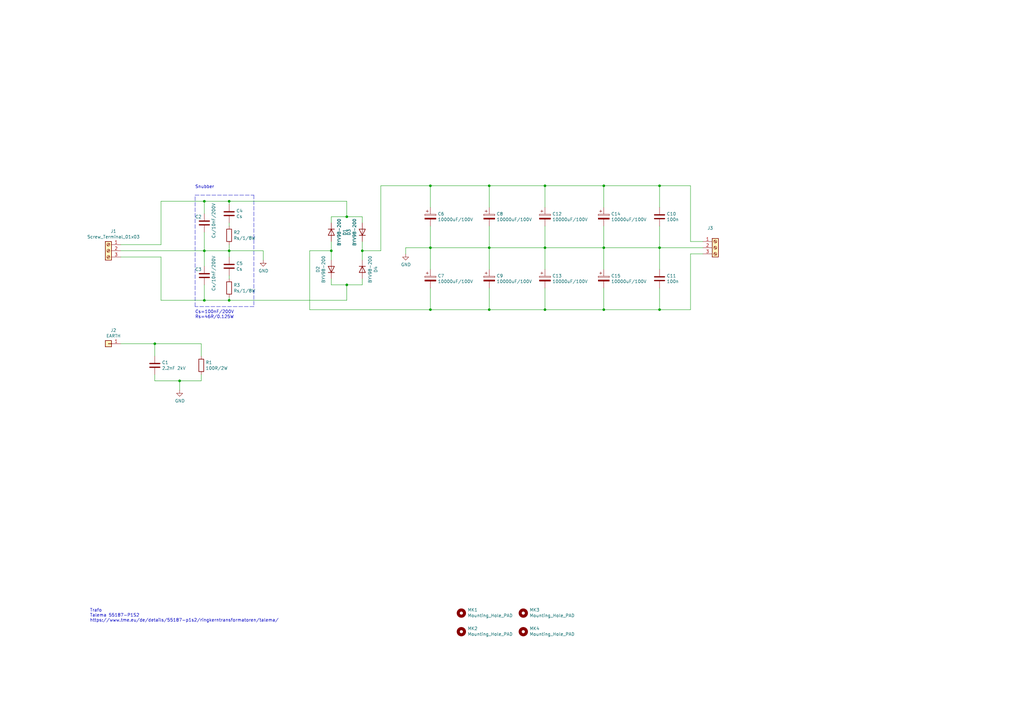
<source format=kicad_sch>
(kicad_sch (version 20211123) (generator eeschema)
  (paper "A3")
  (title_block (title "PSU for MOSFET Amp") (date "2021-12-28") (rev "V2"))
  (lib_symbols
    (symbol "Connector:Screw_Terminal_01x03" (pin_names (offset 1.016) hide)
      (property "Reference" "J" (at 0 5.08 0))
      (property "Value" "Screw_Terminal_01x03" (at 0 -5.08 0))
      (symbol "Screw_Terminal_01x03_1_1"
        (rectangle (start -1.27 3.81) (end 1.27 -3.81) (stroke (width 0.254)) (fill (type background)))
        (circle (center 0 -2.54) (radius 0.635) (stroke (width 0.1524)))
        (polyline (pts (xy -0.5334 -2.2098) (xy 0.3302 -3.048)) (stroke (width 0.1524)))
        (polyline (pts (xy -0.5334 0.3302) (xy 0.3302 -0.508)) (stroke (width 0.1524)))
        (polyline (pts (xy -0.5334 2.8702) (xy 0.3302 2.032)) (stroke (width 0.1524)))
        (polyline (pts (xy -0.3556 -2.032) (xy 0.508 -2.8702)) (stroke (width 0.1524)))
        (polyline (pts (xy -0.3556 0.508) (xy 0.508 -0.3302)) (stroke (width 0.1524)))
        (polyline (pts (xy -0.3556 3.048) (xy 0.508 2.2098)) (stroke (width 0.1524)))
        (circle (center 0 0) (radius 0.635) (stroke (width 0.1524)))
        (circle (center 0 2.54) (radius 0.635) (stroke (width 0.1524)))
        (pin passive line (at -5.08 2.54 0) (length 3.81) (name "Pin_1") (number "1"))
        (pin passive line (at -5.08 0 0) (length 3.81) (name "Pin_2") (number "2"))
        (pin passive line (at -5.08 -2.54 0) (length 3.81) (name "Pin_3") (number "3"))
      )
    )
    (symbol "Connector_Generic:Conn_01x01" (pin_names (offset 1.016) hide)
      (property "Reference" "J" (at 0 2.54 0))
      (property "Value" "Conn_01x01" (at 0 -2.54 0))
      (symbol "Conn_01x01_1_1"
        (rectangle (start -1.27 0.127) (end 0 -0.127) (stroke (width 0.1524)))
        (rectangle (start -1.27 1.27) (end 1.27 -1.27) (stroke (width 0.254)) (fill (type background)))
        (pin passive line (at -5.08 0 0) (length 3.81) (name "Pin_1") (number "1"))
      )
    )
    (symbol "Device:C" (pin_numbers hide) (pin_names (offset 0.254))
      (property "Reference" "C" (at 0.635 2.54 0))
      (property "Value" "C" (at 0.635 -2.54 0))
      (symbol "C_0_1"
        (polyline (pts (xy -2.032 -0.762) (xy 2.032 -0.762)) (stroke (width 0.508)))
        (polyline (pts (xy -2.032 0.762) (xy 2.032 0.762)) (stroke (width 0.508)))
      )
      (symbol "C_1_1"
        (pin passive line (at 0 3.81 270) (length 2.794) (name "~") (number "1"))
        (pin passive line (at 0 -3.81 90) (length 2.794) (name "~") (number "2"))
      )
    )
    (symbol "Device:CP" (pin_numbers hide) (pin_names (offset 0.254))
      (property "Reference" "C" (at 0.635 2.54 0))
      (property "Value" "Device_CP" (at 0.635 -2.54 0))
      (symbol "CP_0_1"
        (rectangle (start -2.286 0.508) (end 2.286 1.016))
        (polyline (pts (xy -1.778 2.286) (xy -0.762 2.286)))
        (polyline (pts (xy -1.27 2.794) (xy -1.27 1.778)))
        (rectangle (start 2.286 -0.508) (end -2.286 -1.016) (fill (type outline)))
      )
      (symbol "CP_1_1"
        (pin passive line (at 0 3.81 270) (length 2.794) (name "~") (number "1"))
        (pin passive line (at 0 -3.81 90) (length 2.794) (name "~") (number "2"))
      )
    )
    (symbol "Device:D" (pin_numbers hide) (pin_names (offset 1.016) hide)
      (property "Reference" "D" (at 0 2.54 0))
      (property "Value" "D" (at 0 -2.54 0))
      (symbol "D_0_1"
        (polyline (pts (xy -1.27 1.27) (xy -1.27 -1.27)) (stroke (width 0.254)))
        (polyline (pts (xy 1.27 0) (xy -1.27 0)))
        (polyline (pts (xy 1.27 1.27) (xy 1.27 -1.27) (xy -1.27 0) (xy 1.27 1.27)) (stroke (width 0.254)))
      )
      (symbol "D_1_1"
        (pin passive line (at -3.81 0 0) (length 2.54) (name "K") (number "1"))
        (pin passive line (at 3.81 0 180) (length 2.54) (name "A") (number "2"))
      )
    )
    (symbol "Device:R" (pin_numbers hide) (pin_names (offset 0))
      (property "Reference" "R" (at 2.032 0 90))
      (property "Value" "R" (at 0 0 90))
      (symbol "R_0_1"
        (rectangle (start -1.016 -2.54) (end 1.016 2.54) (stroke (width 0.254)))
      )
      (symbol "R_1_1"
        (pin passive line (at 0 3.81 270) (length 1.27) (name "~") (number "1"))
        (pin passive line (at 0 -3.81 90) (length 1.27) (name "~") (number "2"))
      )
    )
    (symbol "Mechanical:MountingHole" (pin_names (offset 1.016))
      (property "Reference" "H" (at 0 5.08 0))
      (property "Value" "MountingHole" (at 0 3.175 0))
      (symbol "MountingHole_0_1"
        (circle (center 0 0) (radius 1.27) (stroke (width 1.27)))
      )
    )
    (symbol "power:GND" (power) (pin_names (offset 0))
      (property "Value" "GND" (at 0 -3.81 0))
      (symbol "GND_0_1"
        (polyline (pts (xy 0 0) (xy 0 -1.27) (xy 1.27 -1.27) (xy 0 -2.54) (xy -1.27 -1.27) (xy 0 -1.27)))
      )
      (symbol "GND_1_1"
        (pin power_in line (at 0 0 270) (length 0) hide (name "GND") (number "1"))
      )
    )
  )
  (junction (at 176.53 101.6))
  (junction (at 200.66 101.6))
  (junction (at 200.66 127))
  (junction (at 270.51 76.2))
  (junction (at 83.82 82.55))
  (junction (at 83.82 123.19))
  (junction (at 135.89 102.87))
  (junction (at 200.66 76.2))
  (junction (at 223.52 101.6))
  (junction (at 223.52 76.2))
  (junction (at 176.53 127))
  (junction (at 93.98 102.87))
  (junction (at 93.98 82.55))
  (junction (at 223.52 127))
  (junction (at 93.98 123.19))
  (junction (at 176.53 76.2))
  (junction (at 247.65 101.6))
  (junction (at 73.66 156.21))
  (junction (at 148.59 102.87))
  (junction (at 247.65 127))
  (junction (at 63.5 140.97))
  (junction (at 270.51 127))
  (junction (at 270.51 101.6))
  (junction (at 142.24 116.84))
  (junction (at 247.65 76.2))
  (junction (at 83.82 102.87))
  (junction (at 142.24 88.9))
  (wire (pts (xy 148.59 114.3) (xy 148.59 116.84)))
  (wire (pts (xy 82.55 156.21) (xy 73.66 156.21)))
  (wire (pts (xy 283.21 76.2) (xy 283.21 99.06)))
  (wire (pts (xy 148.59 99.06) (xy 148.59 102.87)))
  (wire (pts (xy 247.65 127) (xy 247.65 118.11)))
  (wire (pts (xy 127 102.87) (xy 127 127)))
  (wire (pts (xy 135.89 116.84) (xy 142.24 116.84)))
  (wire (pts (xy 73.66 160.02) (xy 73.66 156.21)))
  (wire (pts (xy 200.66 101.6) (xy 200.66 92.71)))
  (wire (pts (xy 135.89 99.06) (xy 135.89 102.87)))
  (wire (pts (xy 223.52 127) (xy 247.65 127)))
  (wire (pts (xy 166.37 101.6) (xy 176.53 101.6)))
  (wire (pts (xy 107.95 106.68) (xy 107.95 102.87)))
  (wire (pts (xy 135.89 88.9) (xy 142.24 88.9)))
  (wire (pts (xy 223.52 101.6) (xy 247.65 101.6)))
  (wire (pts (xy 156.21 76.2) (xy 176.53 76.2)))
  (wire (pts (xy 83.82 95.25) (xy 83.82 102.87)))
  (wire (pts (xy 247.65 101.6) (xy 270.51 101.6)))
  (wire (pts (xy 176.53 101.6) (xy 176.53 92.71)))
  (wire (pts (xy 176.53 127) (xy 200.66 127)))
  (wire (pts (xy 66.04 123.19) (xy 83.82 123.19)))
  (wire (pts (xy 93.98 114.3) (xy 93.98 113.03)))
  (wire (pts (xy 288.29 104.14) (xy 283.21 104.14)))
  (wire (pts (xy 223.52 101.6) (xy 223.52 92.71)))
  (wire (pts (xy 66.04 82.55) (xy 83.82 82.55)))
  (wire (pts (xy 176.53 101.6) (xy 176.53 110.49)))
  (wire (pts (xy 176.53 85.09) (xy 176.53 76.2)))
  (wire (pts (xy 270.51 127) (xy 283.21 127)))
  (wire (pts (xy 63.5 140.97) (xy 49.53 140.97)))
  (wire (pts (xy 83.82 109.22) (xy 83.82 102.87)))
  (wire (pts (xy 270.51 85.09) (xy 270.51 76.2)))
  (wire (pts (xy 247.65 101.6) (xy 247.65 92.71)))
  (wire (pts (xy 82.55 140.97) (xy 63.5 140.97)))
  (wire (pts (xy 247.65 127) (xy 270.51 127)))
  (wire (pts (xy 93.98 82.55) (xy 83.82 82.55)))
  (wire (pts (xy 148.59 102.87) (xy 148.59 106.68)))
  (polyline (pts (xy 80.01 80.01) (xy 104.14 80.01)))
  (wire (pts (xy 142.24 116.84) (xy 148.59 116.84)))
  (wire (pts (xy 223.52 85.09) (xy 223.52 76.2)))
  (wire (pts (xy 63.5 156.21) (xy 63.5 153.67)))
  (wire (pts (xy 223.52 76.2) (xy 247.65 76.2)))
  (wire (pts (xy 288.29 99.06) (xy 283.21 99.06)))
  (wire (pts (xy 66.04 100.33) (xy 66.04 82.55)))
  (wire (pts (xy 176.53 76.2) (xy 200.66 76.2)))
  (wire (pts (xy 66.04 105.41) (xy 66.04 123.19)))
  (wire (pts (xy 83.82 102.87) (xy 93.98 102.87)))
  (wire (pts (xy 148.59 88.9) (xy 148.59 91.44)))
  (wire (pts (xy 135.89 88.9) (xy 135.89 91.44)))
  (wire (pts (xy 223.52 101.6) (xy 223.52 110.49)))
  (wire (pts (xy 82.55 153.67) (xy 82.55 156.21)))
  (wire (pts (xy 135.89 116.84) (xy 135.89 114.3)))
  (wire (pts (xy 176.53 101.6) (xy 200.66 101.6)))
  (wire (pts (xy 93.98 123.19) (xy 142.24 123.19)))
  (wire (pts (xy 142.24 123.19) (xy 142.24 116.84)))
  (wire (pts (xy 83.82 116.84) (xy 83.82 123.19)))
  (wire (pts (xy 93.98 102.87) (xy 107.95 102.87)))
  (wire (pts (xy 247.65 110.49) (xy 247.65 101.6)))
  (wire (pts (xy 200.66 101.6) (xy 223.52 101.6)))
  (wire (pts (xy 200.66 76.2) (xy 223.52 76.2)))
  (wire (pts (xy 49.53 105.41) (xy 66.04 105.41)))
  (wire (pts (xy 93.98 92.71) (xy 93.98 91.44)))
  (wire (pts (xy 176.53 118.11) (xy 176.53 127)))
  (wire (pts (xy 283.21 104.14) (xy 283.21 127)))
  (wire (pts (xy 200.66 85.09) (xy 200.66 76.2)))
  (wire (pts (xy 166.37 104.14) (xy 166.37 101.6)))
  (wire (pts (xy 148.59 102.87) (xy 156.21 102.87)))
  (wire (pts (xy 247.65 76.2) (xy 270.51 76.2)))
  (wire (pts (xy 247.65 85.09) (xy 247.65 76.2)))
  (polyline (pts (xy 104.14 80.01) (xy 104.14 125.73)))
  (wire (pts (xy 200.66 110.49) (xy 200.66 101.6)))
  (polyline (pts (xy 104.14 125.73) (xy 80.01 125.73)))
  (wire (pts (xy 63.5 140.97) (xy 63.5 146.05)))
  (wire (pts (xy 270.51 101.6) (xy 288.29 101.6)))
  (wire (pts (xy 142.24 82.55) (xy 142.24 88.9)))
  (wire (pts (xy 49.53 102.87) (xy 83.82 102.87)))
  (wire (pts (xy 142.24 88.9) (xy 148.59 88.9)))
  (wire (pts (xy 270.51 76.2) (xy 283.21 76.2)))
  (wire (pts (xy 127 127) (xy 176.53 127)))
  (wire (pts (xy 49.53 100.33) (xy 66.04 100.33)))
  (wire (pts (xy 93.98 105.41) (xy 93.98 102.87)))
  (wire (pts (xy 156.21 76.2) (xy 156.21 102.87)))
  (polyline (pts (xy 80.01 125.73) (xy 80.01 80.01)))
  (wire (pts (xy 270.51 118.11) (xy 270.51 127)))
  (wire (pts (xy 270.51 101.6) (xy 270.51 110.49)))
  (wire (pts (xy 82.55 146.05) (xy 82.55 140.97)))
  (wire (pts (xy 200.66 127) (xy 200.66 118.11)))
  (wire (pts (xy 83.82 123.19) (xy 93.98 123.19)))
  (wire (pts (xy 73.66 156.21) (xy 63.5 156.21)))
  (wire (pts (xy 200.66 127) (xy 223.52 127)))
  (wire (pts (xy 135.89 102.87) (xy 135.89 106.68)))
  (wire (pts (xy 83.82 87.63) (xy 83.82 82.55)))
  (wire (pts (xy 93.98 83.82) (xy 93.98 82.55)))
  (wire (pts (xy 223.52 118.11) (xy 223.52 127)))
  (wire (pts (xy 270.51 92.71) (xy 270.51 101.6)))
  (wire (pts (xy 93.98 123.19) (xy 93.98 121.92)))
  (wire (pts (xy 93.98 82.55) (xy 142.24 82.55)))
  (wire (pts (xy 93.98 102.87) (xy 93.98 100.33)))
  (wire (pts (xy 135.89 102.87) (xy 127 102.87)))
  (text "Snubber" (at 80.01 77.47 0) (effects (font (size 1.27 1.27)) (justify left bottom)))
  (text "Trafo\nTalema 55187-P1S2\nhttps://www.tme.eu/de/details/55187-p1s2/ringkerntransformatoren/talema/" (at 36.83 255.27 0) (effects (font (size 1.27 1.27)) (justify left bottom)))
  (text "Cs=100nF/200V\nRs=46R/0.125W" (at 80.01 130.81 0) (effects (font (size 1.27 1.27)) (justify left bottom)))
  (symbol (lib_id "power:GND") (at 107.95 106.68 0) (unit 1)
    (property "Reference" "#PWR0101" (effects hide))
    (property "Value" "GND" (at 108.077 111.0742 0))
  )
  (symbol (lib_id "Device:C") (at 83.82 91.44 0) (unit 1)
    (property "Reference" "C2" (at 80.01 88.9 0) (effects (justify left)))
    (property "Value" "Cx/10nF/200V" (at 87.63 97.79 90) (effects (justify left)))
    (property "Footprint" "Capacitor_SMD:C_0805_2012Metric_Pad1.18x1.45mm_HandSolder" (effects hide))
  )
  (symbol (lib_id "Device:C") (at 83.82 113.03 0) (unit 1)
    (property "Reference" "C3" (at 80.01 110.49 0) (effects (justify left)))
    (property "Value" "Cx/10nF/200V" (at 87.63 119.38 90) (effects (justify left)))
    (property "Footprint" "Capacitor_SMD:C_0805_2012Metric_Pad1.18x1.45mm_HandSolder" (effects hide))
  )
  (symbol (lib_id "Device:C") (at 93.98 87.63 0) (unit 1)
    (property "Reference" "C4" (at 96.901 86.4616 0) (effects (justify left)))
    (property "Value" "Cs" (at 96.901 88.773 0) (effects (justify left)))
    (property "Footprint" "Capacitor_SMD:C_1206_3216Metric_Pad1.33x1.80mm_HandSolder" (effects hide))
  )
  (symbol (lib_id "Device:R") (at 93.98 96.52 0) (unit 1)
    (property "Reference" "R2" (at 95.758 95.3516 0) (effects (justify left)))
    (property "Value" "Rs/1/8W" (at 95.758 97.663 0) (effects (justify left)))
    (property "Footprint" "Resistor_SMD:R_0805_2012Metric_Pad1.20x1.40mm_HandSolder" (effects hide))
  )
  (symbol (lib_id "Device:C") (at 93.98 109.22 0) (unit 1)
    (property "Reference" "C5" (at 96.901 108.0516 0) (effects (justify left)))
    (property "Value" "Cs" (at 96.901 110.363 0) (effects (justify left)))
    (property "Footprint" "Capacitor_SMD:C_1206_3216Metric_Pad1.33x1.80mm_HandSolder" (effects hide))
  )
  (symbol (lib_id "Device:R") (at 93.98 118.11 0) (unit 1)
    (property "Reference" "R3" (at 95.758 116.9416 0) (effects (justify left)))
    (property "Value" "Rs/1/8W" (at 95.758 119.253 0) (effects (justify left)))
    (property "Footprint" "Resistor_SMD:R_0805_2012Metric_Pad1.20x1.40mm_HandSolder" (effects hide))
  )
  (symbol (lib_id "Device:C") (at 270.51 88.9 0) (unit 1)
    (property "Reference" "C10" (at 273.431 87.7316 0) (effects (justify left)))
    (property "Value" "100n" (at 273.431 90.043 0) (effects (justify left)))
    (property "Footprint" "Capacitor_THT:C_Rect_L7.2mm_W2.5mm_P5.00mm_FKS2_FKP2_MKS2_MKP2" (effects hide))
  )
  (symbol (lib_id "Device:C") (at 270.51 114.3 0) (unit 1)
    (property "Reference" "C11" (at 273.431 113.1316 0) (effects (justify left)))
    (property "Value" "100n" (at 273.431 115.443 0) (effects (justify left)))
    (property "Footprint" "Capacitor_THT:C_Rect_L7.2mm_W2.5mm_P5.00mm_FKS2_FKP2_MKS2_MKP2" (effects hide))
  )
  (symbol (lib_id "Mechanical:MountingHole") (at 189.23 251.46 0) (unit 1)
    (property "Reference" "MK1" (at 191.77 250.1646 0) (effects (justify left)))
    (property "Value" "Mounting_Hole_PAD" (at 191.77 252.476 0) (effects (justify left)))
    (property "Footprint" "MountingHole:MountingHole_3.2mm_M3" (effects hide))
  )
  (symbol (lib_id "Mechanical:MountingHole") (at 189.23 259.08 0) (unit 1)
    (property "Reference" "MK2" (at 191.77 257.7846 0) (effects (justify left)))
    (property "Value" "Mounting_Hole_PAD" (at 191.77 260.096 0) (effects (justify left)))
    (property "Footprint" "MountingHole:MountingHole_3.2mm_M3" (effects hide))
  )
  (symbol (lib_id "Mechanical:MountingHole") (at 214.63 251.46 0) (unit 1)
    (property "Reference" "MK3" (at 217.17 250.1646 0) (effects (justify left)))
    (property "Value" "Mounting_Hole_PAD" (at 217.17 252.476 0) (effects (justify left)))
    (property "Footprint" "MountingHole:MountingHole_3.2mm_M3" (effects hide))
  )
  (symbol (lib_id "Mechanical:MountingHole") (at 214.63 259.08 0) (unit 1)
    (property "Reference" "MK4" (at 217.17 257.7846 0) (effects (justify left)))
    (property "Value" "Mounting_Hole_PAD" (at 217.17 260.096 0) (effects (justify left)))
    (property "Footprint" "MountingHole:MountingHole_3.2mm_M3" (effects hide))
  )
  (symbol (lib_id "Device:CP") (at 176.53 114.3 0) (unit 1)
    (property "Reference" "C7" (at 179.5272 113.1316 0) (effects (justify left)))
    (property "Value" "10000uF/100V" (at 179.5272 115.443 0) (effects (justify left)))
    (property "Footprint" "Capacitor_THT:CP_Radial_D40.0mm_P10.00mm_SnapIn" (effects hide))
  )
  (symbol (lib_id "power:GND") (at 166.37 104.14 0) (unit 1)
    (property "Reference" "#PWR0102" (effects hide))
    (property "Value" "GND" (at 166.497 108.5342 0))
  )
  (symbol (lib_id "Device:D") (at 135.89 95.25 270) (unit 1)
    (property "Reference" "D1" (at 141.4018 95.25 0))
    (property "Value" "BYV98-200" (at 139.0904 95.25 0))
    (property "Footprint" "kicad-snk:SOD64-10" (effects hide))
  )
  (symbol (lib_id "Device:D") (at 135.89 110.49 90) (unit 1)
    (property "Reference" "D2" (at 130.3782 110.49 0))
    (property "Value" "BYV98-200" (at 132.6896 110.49 0))
    (property "Footprint" "kicad-snk:SOD64-10" (effects hide))
  )
  (symbol (lib_id "Device:D") (at 148.59 95.25 90) (unit 1)
    (property "Reference" "D3" (at 143.0782 95.25 0))
    (property "Value" "BYV98-200" (at 145.3896 95.25 0))
    (property "Footprint" "kicad-snk:SOD64-10" (effects hide))
  )
  (symbol (lib_id "Device:D") (at 148.59 110.49 270) (unit 1)
    (property "Reference" "D4" (at 154.1018 110.49 0))
    (property "Value" "BYV98-200" (at 151.7904 110.49 0))
    (property "Footprint" "kicad-snk:SOD64-10" (effects hide))
  )
  (symbol (lib_id "Device:CP") (at 176.53 88.9 0) (unit 1)
    (property "Reference" "C6" (at 179.5272 87.7316 0) (effects (justify left)))
    (property "Value" "10000uF/100V" (at 179.5272 90.043 0) (effects (justify left)))
    (property "Footprint" "Capacitor_THT:CP_Radial_D40.0mm_P10.00mm_SnapIn" (effects hide))
  )
  (symbol (lib_id "Device:CP") (at 200.66 88.9 0) (unit 1)
    (property "Reference" "C8" (at 203.6572 87.7316 0) (effects (justify left)))
    (property "Value" "10000uF/100V" (at 203.6572 90.043 0) (effects (justify left)))
    (property "Footprint" "Capacitor_THT:CP_Radial_D40.0mm_P10.00mm_SnapIn" (effects hide))
  )
  (symbol (lib_id "Device:CP") (at 200.66 114.3 0) (unit 1)
    (property "Reference" "C9" (at 203.6572 113.1316 0) (effects (justify left)))
    (property "Value" "10000uF/100V" (at 203.6572 115.443 0) (effects (justify left)))
    (property "Footprint" "Capacitor_THT:CP_Radial_D40.0mm_P10.00mm_SnapIn" (effects hide))
  )
  (symbol (lib_id "Connector:Screw_Terminal_01x03") (at 44.45 102.87 0) (mirror y) (unit 1)
    (property "Reference" "J1" (at 46.5328 94.8182 0))
    (property "Value" "Screw_Terminal_01x03" (at 46.5328 97.1296 0))
    (property "Footprint" "TerminalBlock_RND:TerminalBlock_RND_205-00013_1x03_P5.00mm_Horizontal" (effects hide))
  )
  (symbol (lib_id "power:GND") (at 73.66 160.02 0) (unit 1)
    (property "Reference" "#PWR0103" (effects hide))
    (property "Value" "GND" (at 73.787 164.4142 0))
  )
  (symbol (lib_id "Connector:Screw_Terminal_01x03") (at 293.37 101.6 0) (unit 1)
    (property "Reference" "J3" (at 291.2872 93.5482 0))
    (property "Value" "Screw_Terminal_01x03" (effects hide))
    (property "Footprint" "TerminalBlock_RND:TerminalBlock_RND_205-00013_1x03_P5.00mm_Horizontal" (effects hide))
  )
  (symbol (lib_id "Device:C") (at 63.5 149.86 0) (unit 1)
    (property "Reference" "C1" (at 66.421 148.6916 0) (effects (justify left)))
    (property "Value" "2.2nF 2kV" (at 66.421 151.003 0) (effects (justify left)))
    (property "Footprint" "Capacitor_THT:C_Rect_L18.0mm_W5.0mm_P15.00mm_FKS3_FKP3" (effects hide))
  )
  (symbol (lib_id "Device:R") (at 82.55 149.86 0) (unit 1)
    (property "Reference" "R1" (at 84.328 148.6916 0) (effects (justify left)))
    (property "Value" "100R/2W" (at 84.328 151.003 0) (effects (justify left)))
    (property "Footprint" "Resistor_THT:R_Axial_DIN0414_L11.9mm_D4.5mm_P15.24mm_Horizontal" (effects hide))
  )
  (symbol (lib_id "Connector_Generic:Conn_01x01") (at 44.45 140.97 0) (mirror y) (unit 1)
    (property "Reference" "J2" (at 46.5328 135.4582 0))
    (property "Value" "EARTH" (at 46.5328 137.7696 0))
    (property "Footprint" "Connector_Pin:Pin_D1.3mm_L11.0mm" (effects hide))
  )
  (symbol (lib_id "Device:CP") (at 223.52 88.9 0) (unit 1)
    (property "Reference" "C12" (at 226.5172 87.7316 0) (effects (justify left)))
    (property "Value" "10000uF/100V" (at 226.5172 90.043 0) (effects (justify left)))
    (property "Footprint" "Capacitor_THT:CP_Radial_D40.0mm_P10.00mm_SnapIn" (effects hide))
  )
  (symbol (lib_id "Device:CP") (at 223.52 114.3 0) (unit 1)
    (property "Reference" "C13" (at 226.5172 113.1316 0) (effects (justify left)))
    (property "Value" "10000uF/100V" (at 226.5172 115.443 0) (effects (justify left)))
    (property "Footprint" "Capacitor_THT:CP_Radial_D40.0mm_P10.00mm_SnapIn" (effects hide))
  )
  (symbol (lib_id "Device:CP") (at 247.65 88.9 0) (unit 1)
    (property "Reference" "C14" (at 250.6472 87.7316 0) (effects (justify left)))
    (property "Value" "10000uF/100V" (at 250.6472 90.043 0) (effects (justify left)))
    (property "Footprint" "Capacitor_THT:CP_Radial_D40.0mm_P10.00mm_SnapIn" (effects hide))
  )
  (symbol (lib_id "Device:CP") (at 247.65 114.3 0) (unit 1)
    (property "Reference" "C15" (at 250.6472 113.1316 0) (effects (justify left)))
    (property "Value" "10000uF/100V" (at 250.6472 115.443 0) (effects (justify left)))
    (property "Footprint" "Capacitor_THT:CP_Radial_D40.0mm_P10.00mm_SnapIn" (effects hide))
  )
)
</source>
